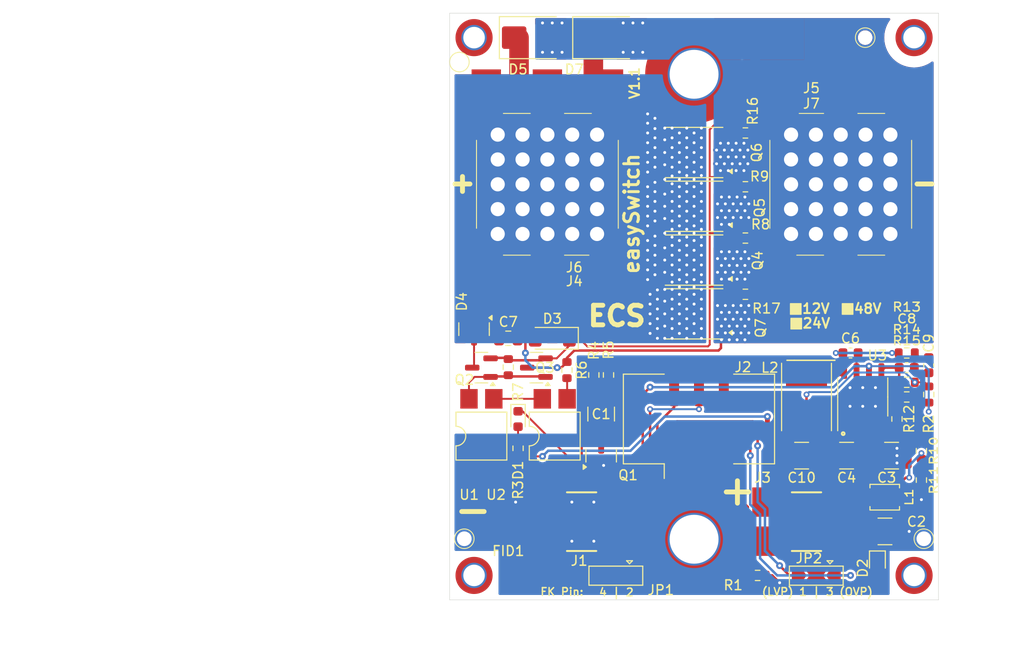
<source format=kicad_pcb>
(kicad_pcb
	(version 20241229)
	(generator "pcbnew")
	(generator_version "9.0")
	(general
		(thickness 1.6)
		(legacy_teardrops no)
	)
	(paper "A4")
	(layers
		(0 "F.Cu" signal)
		(2 "B.Cu" signal)
		(9 "F.Adhes" user "F.Adhesive")
		(11 "B.Adhes" user "B.Adhesive")
		(13 "F.Paste" user)
		(15 "B.Paste" user)
		(5 "F.SilkS" user "F.Silkscreen")
		(7 "B.SilkS" user "B.Silkscreen")
		(1 "F.Mask" user)
		(3 "B.Mask" user)
		(17 "Dwgs.User" user "User.Drawings")
		(19 "Cmts.User" user "User.Comments")
		(21 "Eco1.User" user "User.Eco1")
		(23 "Eco2.User" user "User.Eco2")
		(25 "Edge.Cuts" user)
		(27 "Margin" user)
		(31 "F.CrtYd" user "F.Courtyard")
		(29 "B.CrtYd" user "B.Courtyard")
		(35 "F.Fab" user)
		(33 "B.Fab" user)
		(39 "User.1" user)
		(41 "User.2" user)
		(43 "User.3" user)
		(45 "User.4" user)
		(47 "User.5" user)
		(49 "User.6" user)
		(51 "User.7" user)
		(53 "User.8" user)
		(55 "User.9" user)
	)
	(setup
		(pad_to_mask_clearance 0)
		(allow_soldermask_bridges_in_footprints no)
		(tenting front back)
		(aux_axis_origin 100 100)
		(pcbplotparams
			(layerselection 0x00000000_00000000_55555555_5755f5ff)
			(plot_on_all_layers_selection 0x00000000_00000000_00000000_00000000)
			(disableapertmacros no)
			(usegerberextensions no)
			(usegerberattributes yes)
			(usegerberadvancedattributes yes)
			(creategerberjobfile yes)
			(dashed_line_dash_ratio 12.000000)
			(dashed_line_gap_ratio 3.000000)
			(svgprecision 4)
			(plotframeref no)
			(mode 1)
			(useauxorigin no)
			(hpglpennumber 1)
			(hpglpenspeed 20)
			(hpglpendiameter 15.000000)
			(pdf_front_fp_property_popups yes)
			(pdf_back_fp_property_popups yes)
			(pdf_metadata yes)
			(pdf_single_document no)
			(dxfpolygonmode yes)
			(dxfimperialunits yes)
			(dxfusepcbnewfont yes)
			(psnegative no)
			(psa4output no)
			(plot_black_and_white yes)
			(plotinvisibletext no)
			(sketchpadsonfab no)
			(plotpadnumbers no)
			(hidednponfab no)
			(sketchdnponfab yes)
			(crossoutdnponfab yes)
			(subtractmaskfromsilk no)
			(outputformat 1)
			(mirror no)
			(drillshape 1)
			(scaleselection 1)
			(outputdirectory "")
		)
	)
	(net 0 "")
	(net 1 "Net-(D2-K)")
	(net 2 "Net-(U1-Pad3)")
	(net 3 "Net-(U1-Pad2)")
	(net 4 "GND")
	(net 5 "VCC")
	(net 6 "/pgood")
	(net 7 "Net-(Q1-C)")
	(net 8 "Net-(C1-Pad1)")
	(net 9 "Net-(U3-VIN)")
	(net 10 "Net-(U3-BST)")
	(net 11 "Net-(U3-SW)")
	(net 12 "Net-(D4-K)")
	(net 13 "Net-(U3-FB)")
	(net 14 "Net-(C8-Pad1)")
	(net 15 "Net-(D1-K)")
	(net 16 "Net-(D1-A)")
	(net 17 "Net-(D2-A)")
	(net 18 "Net-(J2-Pin_5)")
	(net 19 "Net-(J2-Pin_4)")
	(net 20 "Net-(J2-Pin_3)")
	(net 21 "unconnected-(J2-Pin_6-Pad6)")
	(net 22 "Net-(J2-Pin_1)")
	(net 23 "Net-(J2-Pin_2)")
	(net 24 "Net-(Q2-B)")
	(net 25 "Net-(Q4-G)")
	(net 26 "Net-(Q5-G)")
	(net 27 "Net-(Q6-G)")
	(net 28 "Net-(R6-Pad1)")
	(net 29 "Net-(U3-EN{slash}UVLO)")
	(net 30 "Net-(U3-RON)")
	(net 31 "unconnected-(D4-NC-Pad2)")
	(net 32 "unconnected-(H1-Pad1)")
	(net 33 "/sw-")
	(net 34 "/sw+")
	(net 35 "/G")
	(net 36 "Net-(Q7-G)")
	(net 37 "unconnected-(H2-Pad1)")
	(net 38 "unconnected-(H3-Pad1)")
	(net 39 "unconnected-(H4-Pad1)")
	(net 40 "unconnected-(H5-Pad1)")
	(net 41 "unconnected-(H6-Pad1)")
	(net 42 "unconnected-(H1-Pad1)_1")
	(net 43 "unconnected-(H2-Pad1)_1")
	(net 44 "unconnected-(H3-Pad1)_1")
	(net 45 "unconnected-(H4-Pad1)_1")
	(net 46 "unconnected-(H5-Pad1)_1")
	(net 47 "unconnected-(H6-Pad1)_1")
	(footprint "myWürthSHFU:WP-SHFU_7461098_HAL" (layer "F.Cu") (at 110 57.5))
	(footprint "Resistor_SMD:R_0603_1608Metric" (layer "F.Cu") (at 146.75 74.75))
	(footprint "myBOM:BOM_PART" (layer "F.Cu") (at 82 54))
	(footprint "Resistor_SMD:R_0603_1608Metric" (layer "F.Cu") (at 146.75 77.75 180))
	(footprint "Jumper:SolderJumper-3_P2.0mm_Open_TrianglePad1.0x1.5mm" (layer "F.Cu") (at 137.5 97.5 180))
	(footprint "Package_DIP:SMDIP-4_W7.62mm" (layer "F.Cu") (at 110.75 83.25 90))
	(footprint "Capacitor_SMD:C_1210_3225Metric" (layer "F.Cu") (at 145.2 85.25))
	(footprint "MountingHole:MountingHole_2.2mm_M2_DIN965_Pad_TopOnly" (layer "F.Cu") (at 102.5 97.5))
	(footprint "Resistor_SMD:R_0603_1608Metric" (layer "F.Cu") (at 116.25 77 -90))
	(footprint "myHoles:printer_mounting_holes_1mm" (layer "F.Cu") (at 148.5 93.75))
	(footprint "Package_SO:PowerPAK_SO-8_Single" (layer "F.Cu") (at 125 70.75 180))
	(footprint "Resistor_SMD:R_0603_1608Metric" (layer "F.Cu") (at 107 84.5 90))
	(footprint "Resistor_SMD:R_0603_1608Metric" (layer "F.Cu") (at 112 76.5 90))
	(footprint "Package_TO_SOT_SMD:SOT-23" (layer "F.Cu") (at 103.25 76.25 180))
	(footprint "Resistor_SMD:R_0603_1608Metric" (layer "F.Cu") (at 130.25 63))
	(footprint "Resistor_SMD:R_0603_1608Metric" (layer "F.Cu") (at 130.25 57.75))
	(footprint "Diode_SMD:D_SMB" (layer "F.Cu") (at 108.75 42.5))
	(footprint "Capacitor_SMD:C_1210_3225Metric" (layer "F.Cu") (at 140.6 85.25 180))
	(footprint "LED_SMD:LED_0603_1608Metric" (layer "F.Cu") (at 107 81.5 -90))
	(footprint "myHoles:printer_mounting_holes_1mm" (layer "F.Cu") (at 101.5 93.75))
	(footprint "Package_SO:PowerPAK_SO-8_Single" (layer "F.Cu") (at 125 54.25 180))
	(footprint "myChineseConnectors:14580S0M5" (layer "F.Cu") (at 140 57.5 -90))
	(footprint "Resistor_SMD:R_0603_1608Metric" (layer "F.Cu") (at 114.75 77 -90))
	(footprint "Resistor_SMD:R_0603_1608Metric" (layer "F.Cu") (at 106 76.2 -90))
	(footprint "myChineseConnectors:14580S0M5" (layer "F.Cu") (at 110 57.5 90))
	(footprint "Connector_IDC:IDC-Header_2x03_P2.54mm_Vertical_SMD" (layer "F.Cu") (at 125.5 81.5 90))
	(footprint "Capacitor_SMD:C_0805_2012Metric" (layer "F.Cu") (at 106 73.25))
	(footprint "Package_TO_SOT_SMD:SOT-23" (layer "F.Cu") (at 108.875 76.25 180))
	(footprint "Resistor_SMD:R_0603_1608Metric" (layer "F.Cu") (at 148.25 87.75 -90))
	(footprint "Jumper:SolderJumper-3_P2.0mm_Open_TrianglePad1.0x1.5mm" (layer "F.Cu") (at 117 97.5 180))
	(footprint "Capacitor_SMD:C_0603_1608Metric" (layer "F.Cu") (at 149 76 -90))
	(footprint "Package_SO:PowerPAK_SO-8_Single" (layer "F.Cu") (at 125 65.25 180))
	(footprint "Inductor_SMD:L_Taiyo-Yuden_NR-50xx_HandSoldering"
		(layer "F.Cu")
		(uuid "7f9efbfd-e2e6-49f0-a7eb-89e1030e9fce")
		(at 136.5 79.25 -90)
		(descr "Inductor, Taiyo Yuden, NR series, Taiyo-Yuden_NR-50xx, 4.9mmx4.9mm")
		(tags "inductor taiyo-yuden nr smd")
		(property "Reference" "L2"
			(at -3 3.75 180)
			(layer "F.SilkS")
			(uuid "60a7b208-cc87-408e-a608-41672bd0ea6e")
			(effects
				(font
					(size 1 1)
					(thickness 0.15)
				)
			)
		)
		(property "Value" "100µ/0,32A"
			(at 0 3.95 90)
			(layer "F.Fab")
			(uuid "53ce58c0-954a-43d4-a624-844ea28758d5")
			(effects
				(font
					(size 1 1)
					(thickness 0.15)
				)
			)
		)
		(property "Datasheet" "https://www.we-online.com/de/components/products/WE-LQFS?sq=74406042101#74406042101"
			(at 0 0 270)
			(unlocked yes)
			(layer "F.Fab")
			(hide yes)
			(uuid "42b4a444-2929-4268-8d6e-8f14bcbede96")
			(effects
				(font
					(size 1.27 1.27)
					(thickness 0.15)
				)
			)
		)
		(property "Description" "SPEICHERDROSSEL 100µH 0,32 A 1386 mOhm WE-LQFS SMT Power Inductor 4,8 x 4,8 mm"
			(at 0 0 270)
			(unlocked yes)
			(layer "F.Fab")
			(hide yes)
			(uuid "d8b78a12-7c97-4f15-82e0-2b1faacd3250")
			(effects
				(font
					(size 1.27 1.27)
					(thickness 0.15)
				)
			)
		)
		(property "ECS Art#" "L173"
			(at 0 0 270)
			(unlocked yes)
			(layer "F.Fab")
			(hide yes)
			(uuid "91c3e7f9-adaa-49b3-802b-d98681821157")
			(effects
				(font
					(size 1 1)
					(thickness 0.15)
				)
			)
		)
		(property "HAN" "74406042101"
			(at 0 0 270)
			(unlocked yes)
			(layer "F.Fab")
			(hide yes)
			(uuid "d771bbd8-0403-413a-8aad-b8d847cc9a7f")
			(effects
				(font
					(size 1 1)
					(thickness 0.15)
				)
			)
		)
		(property "Hersteller" "Würth"
			(at 0 0 270)
			(unlocked yes)
			(layer "F.Fab")
			(hide yes)
			(uuid "d136eac3-ea77-47b9-9f4a-775f714480a2")
			(effects
				(font
					(size 1 1)
					(thickness 0.15)
				)
			)
		)
		(property "Field-1" ""
			(at 0 0 270)
			(unlocked yes)
			(layer "F.Fab")
			(hide yes)
			(uuid "604da045-4596-45f4-a188-285fbf59e453")
			(effects
				(font
					(size 1 1)
					(thickness 0.15)
				)
			)
		)
		(property ki_fp_filters "Choke_* *Coil* Inductor_* L_*")
		(path "/514a2f4e-6783-458f-99d7-62670ce71689")
		(sheetname "/")
		(sheetfile "easySwitch.kicad_sch")
		(attr smd)
		(fp_line
			(start -3.45 2.55)
			(end 3.45 2.55)
			(stroke
				(width 0.12)
				(type solid)
			)
			(layer "F.SilkS")
			(uuid "77267374-04c0-4580-961a-a19efd9d5e35")
		)
		(fp_line
			(start -3.45 -2.55)
			(end 3.45 -2.55)
			(stroke
				(width 0.12)
				(type solid)
			)
			(layer "F.SilkS")
			(uuid "21739b0d-65c0-4755-ba7c-613c65d528e2")
		)
		(fp_line
			(start -3.75 2.75)
			(end 3.75 2.75)
			(stroke
				(width 0.05)
				(type solid)
			)
			(layer "F.CrtYd")
			(uuid "34ad101e-7bb5-4589-b5fd-2f2422327c1e")
		)
		(fp_line
			(start 3.75 2.75)
			(end 3.75 -2.75)
			(stroke
				(width 0.05)
				(type solid)
			)
			(layer "F.CrtYd")
			(uuid "556d82d4-3b99-4673-a45f-c7a347cfcdf9")
		)
		(fp_line
			(start -3.75 -2.75)
			(end -3.75 2.75)
			(stroke
				(width 0.05)
				(type solid)
			)
			(layer "F.CrtYd")
			(uuid "94dd7a61-8195-4cfb-884b-2dcdbb776bbd")
		)
		(fp_line
			(start 3.75 -2.75)
			(end -3.75 -2.75)
			(stroke
				(width 0.05)
				(type solid)
			)
			(layer "F.CrtYd")
			(uuid "fa5bf4ed-261f-4321-be54-7556b7950261")
		)
		(fp_line
			(start -1.65 2.45)
			(end 0 2.45)
			(stroke
				(width 0.1)
				(type solid)
			)
			(layer "F.Fab")
			(uuid "22717a62-2b3b-4760-90e7-2cde4bf34382")
		)
		(fp_line
			(start 1.65 2.45)
			(end 0 2.45)
			(stroke
				(width 0.1)
				(type solid)
			)
			(layer "F.Fab")
			(uuid "c76ee5ba-32fe-4c27-bbad-7fa2b120fd66")
		)
		(fp_line
			(start -2.45 1.65)
			(end -1.65 2.45)
			(stroke
				(width 0.1)
				(type solid)
			)
			(layer "F.Fab")
			(uuid "3348da27-c6de-42c5-acfe-20b13a597b2a")
		)
		(fp_line
			(start 2.45 1.65)
			(end 1.65 2.45)
			(stroke
				(width 0.1)
				(type solid)
			)
			(layer "F.Fab")
			(uuid "f50e568b-d038-49ed-952f-66cd62b11a2b")
		)
		(fp_line
			(start -2.45 0)
			(end -2.45 1.65)
			(stroke
				(width 0.1)
				(type solid)
			)
			(layer "F.Fab")
			(uuid "d1ab975c-7c98-4365-b374-8a17a915d512")
		)
		(fp_line
			(start -2.45 0)
			(end -2.45 -1.65)
			(stroke
				(width 0.1)
				(type solid)
			)
			(layer "F.Fab")
			(uuid "cb48103e-e451-4601-9ec2-9255efc9bb73")
		)
		(fp_line
			(start 2.45 0)
			(end 2.45 
... [353900 chars truncated]
</source>
